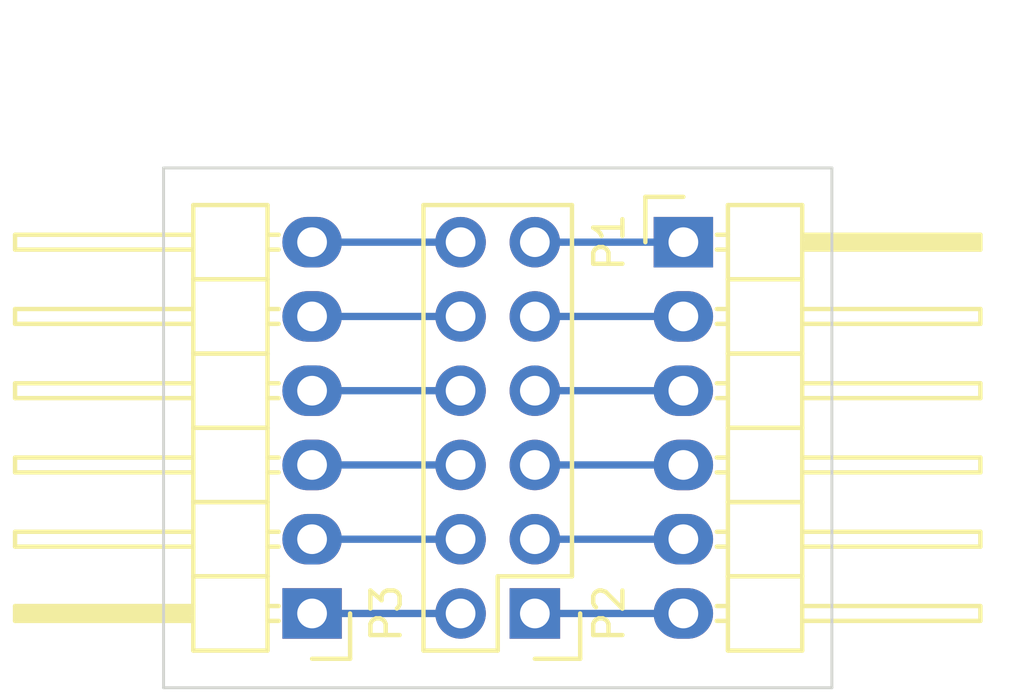
<source format=kicad_pcb>
(kicad_pcb (version 4) (host pcbnew 4.0.1-stable)

  (general
    (links 12)
    (no_connects 0)
    (area -8.335001 -7.93 30.86 16.775)
    (thickness 1.6)
    (drawings 6)
    (tracks 12)
    (zones 0)
    (modules 3)
    (nets 13)
  )

  (page A4)
  (layers
    (0 F.Cu signal)
    (31 B.Cu signal)
    (33 F.Adhes user)
    (35 F.Paste user)
    (37 F.SilkS user)
    (39 F.Mask user)
    (40 Dwgs.User user)
    (41 Cmts.User user)
    (42 Eco1.User user)
    (43 Eco2.User user)
    (44 Edge.Cuts user)
    (45 Margin user)
    (47 F.CrtYd user)
    (49 F.Fab user)
  )

  (setup
    (last_trace_width 0.25)
    (trace_clearance 0.2)
    (zone_clearance 0.508)
    (zone_45_only no)
    (trace_min 0.2)
    (segment_width 0.2)
    (edge_width 0.1)
    (via_size 0.6)
    (via_drill 0.4)
    (via_min_size 0.4)
    (via_min_drill 0.3)
    (uvia_size 0.3)
    (uvia_drill 0.1)
    (uvias_allowed no)
    (uvia_min_size 0.2)
    (uvia_min_drill 0.1)
    (pcb_text_width 0.3)
    (pcb_text_size 1.5 1.5)
    (mod_edge_width 0.15)
    (mod_text_size 1 1)
    (mod_text_width 0.15)
    (pad_size 1.5 1.5)
    (pad_drill 0.6)
    (pad_to_mask_clearance 0)
    (aux_axis_origin 0 0)
    (visible_elements 7FFFFF7F)
    (pcbplotparams
      (layerselection 0x010a0_80000001)
      (usegerberextensions false)
      (excludeedgelayer true)
      (linewidth 0.100000)
      (plotframeref false)
      (viasonmask false)
      (mode 1)
      (useauxorigin false)
      (hpglpennumber 1)
      (hpglpenspeed 20)
      (hpglpendiameter 15)
      (hpglpenoverlay 2)
      (psnegative false)
      (psa4output false)
      (plotreference true)
      (plotvalue true)
      (plotinvisibletext false)
      (padsonsilk false)
      (subtractmaskfromsilk false)
      (outputformat 1)
      (mirror false)
      (drillshape 0)
      (scaleselection 1)
      (outputdirectory ""))
  )

  (net 0 "")
  (net 1 "Net-(P1-Pad1)")
  (net 2 "Net-(P1-Pad2)")
  (net 3 "Net-(P1-Pad3)")
  (net 4 "Net-(P1-Pad4)")
  (net 5 "Net-(P1-Pad5)")
  (net 6 "Net-(P1-Pad6)")
  (net 7 "Net-(P2-Pad2)")
  (net 8 "Net-(P2-Pad4)")
  (net 9 "Net-(P2-Pad6)")
  (net 10 "Net-(P2-Pad8)")
  (net 11 "Net-(P2-Pad10)")
  (net 12 "Net-(P2-Pad12)")

  (net_class Default "This is the default net class."
    (clearance 0.2)
    (trace_width 0.25)
    (via_dia 0.6)
    (via_drill 0.4)
    (uvia_dia 0.3)
    (uvia_drill 0.1)
    (add_net "Net-(P1-Pad1)")
    (add_net "Net-(P1-Pad2)")
    (add_net "Net-(P1-Pad3)")
    (add_net "Net-(P1-Pad4)")
    (add_net "Net-(P1-Pad5)")
    (add_net "Net-(P1-Pad6)")
    (add_net "Net-(P2-Pad10)")
    (add_net "Net-(P2-Pad12)")
    (add_net "Net-(P2-Pad2)")
    (add_net "Net-(P2-Pad4)")
    (add_net "Net-(P2-Pad6)")
    (add_net "Net-(P2-Pad8)")
  )

  (module Pin_Headers:Pin_Header_Angled_1x06 (layer F.Cu) (tedit 58607F62) (tstamp 5860866C)
    (at 15.24 0)
    (descr "Through hole pin header")
    (tags "pin header")
    (path /586079D0)
    (fp_text reference P1 (at -2.54 0 90) (layer F.SilkS)
      (effects (font (size 1 1) (thickness 0.15)))
    )
    (fp_text value CONN_01X06 (at 0 -3.1) (layer F.Fab) hide
      (effects (font (size 1 1) (thickness 0.15)))
    )
    (fp_line (start -1.5 -1.75) (end -1.5 14.45) (layer F.CrtYd) (width 0.05))
    (fp_line (start 10.65 -1.75) (end 10.65 14.45) (layer F.CrtYd) (width 0.05))
    (fp_line (start -1.5 -1.75) (end 10.65 -1.75) (layer F.CrtYd) (width 0.05))
    (fp_line (start -1.5 14.45) (end 10.65 14.45) (layer F.CrtYd) (width 0.05))
    (fp_line (start -1.3 -1.55) (end -1.3 0) (layer F.SilkS) (width 0.15))
    (fp_line (start 0 -1.55) (end -1.3 -1.55) (layer F.SilkS) (width 0.15))
    (fp_line (start 4.191 -0.127) (end 10.033 -0.127) (layer F.SilkS) (width 0.15))
    (fp_line (start 10.033 -0.127) (end 10.033 0.127) (layer F.SilkS) (width 0.15))
    (fp_line (start 10.033 0.127) (end 4.191 0.127) (layer F.SilkS) (width 0.15))
    (fp_line (start 4.191 0.127) (end 4.191 0) (layer F.SilkS) (width 0.15))
    (fp_line (start 4.191 0) (end 10.033 0) (layer F.SilkS) (width 0.15))
    (fp_line (start 1.524 -0.254) (end 1.143 -0.254) (layer F.SilkS) (width 0.15))
    (fp_line (start 1.524 0.254) (end 1.143 0.254) (layer F.SilkS) (width 0.15))
    (fp_line (start 1.524 2.286) (end 1.143 2.286) (layer F.SilkS) (width 0.15))
    (fp_line (start 1.524 2.794) (end 1.143 2.794) (layer F.SilkS) (width 0.15))
    (fp_line (start 1.524 4.826) (end 1.143 4.826) (layer F.SilkS) (width 0.15))
    (fp_line (start 1.524 5.334) (end 1.143 5.334) (layer F.SilkS) (width 0.15))
    (fp_line (start 1.524 12.954) (end 1.143 12.954) (layer F.SilkS) (width 0.15))
    (fp_line (start 1.524 12.446) (end 1.143 12.446) (layer F.SilkS) (width 0.15))
    (fp_line (start 1.524 10.414) (end 1.143 10.414) (layer F.SilkS) (width 0.15))
    (fp_line (start 1.524 9.906) (end 1.143 9.906) (layer F.SilkS) (width 0.15))
    (fp_line (start 1.524 7.874) (end 1.143 7.874) (layer F.SilkS) (width 0.15))
    (fp_line (start 1.524 7.366) (end 1.143 7.366) (layer F.SilkS) (width 0.15))
    (fp_line (start 1.524 -1.27) (end 4.064 -1.27) (layer F.SilkS) (width 0.15))
    (fp_line (start 1.524 1.27) (end 4.064 1.27) (layer F.SilkS) (width 0.15))
    (fp_line (start 1.524 1.27) (end 1.524 3.81) (layer F.SilkS) (width 0.15))
    (fp_line (start 1.524 3.81) (end 4.064 3.81) (layer F.SilkS) (width 0.15))
    (fp_line (start 4.064 2.286) (end 10.16 2.286) (layer F.SilkS) (width 0.15))
    (fp_line (start 10.16 2.286) (end 10.16 2.794) (layer F.SilkS) (width 0.15))
    (fp_line (start 10.16 2.794) (end 4.064 2.794) (layer F.SilkS) (width 0.15))
    (fp_line (start 4.064 3.81) (end 4.064 1.27) (layer F.SilkS) (width 0.15))
    (fp_line (start 4.064 1.27) (end 4.064 -1.27) (layer F.SilkS) (width 0.15))
    (fp_line (start 10.16 0.254) (end 4.064 0.254) (layer F.SilkS) (width 0.15))
    (fp_line (start 10.16 -0.254) (end 10.16 0.254) (layer F.SilkS) (width 0.15))
    (fp_line (start 4.064 -0.254) (end 10.16 -0.254) (layer F.SilkS) (width 0.15))
    (fp_line (start 1.524 1.27) (end 4.064 1.27) (layer F.SilkS) (width 0.15))
    (fp_line (start 1.524 -1.27) (end 1.524 1.27) (layer F.SilkS) (width 0.15))
    (fp_line (start 1.524 8.89) (end 4.064 8.89) (layer F.SilkS) (width 0.15))
    (fp_line (start 1.524 8.89) (end 1.524 11.43) (layer F.SilkS) (width 0.15))
    (fp_line (start 1.524 11.43) (end 4.064 11.43) (layer F.SilkS) (width 0.15))
    (fp_line (start 4.064 9.906) (end 10.16 9.906) (layer F.SilkS) (width 0.15))
    (fp_line (start 10.16 9.906) (end 10.16 10.414) (layer F.SilkS) (width 0.15))
    (fp_line (start 10.16 10.414) (end 4.064 10.414) (layer F.SilkS) (width 0.15))
    (fp_line (start 4.064 11.43) (end 4.064 8.89) (layer F.SilkS) (width 0.15))
    (fp_line (start 4.064 13.97) (end 4.064 11.43) (layer F.SilkS) (width 0.15))
    (fp_line (start 10.16 12.954) (end 4.064 12.954) (layer F.SilkS) (width 0.15))
    (fp_line (start 10.16 12.446) (end 10.16 12.954) (layer F.SilkS) (width 0.15))
    (fp_line (start 4.064 12.446) (end 10.16 12.446) (layer F.SilkS) (width 0.15))
    (fp_line (start 1.524 13.97) (end 4.064 13.97) (layer F.SilkS) (width 0.15))
    (fp_line (start 1.524 11.43) (end 1.524 13.97) (layer F.SilkS) (width 0.15))
    (fp_line (start 1.524 11.43) (end 4.064 11.43) (layer F.SilkS) (width 0.15))
    (fp_line (start 1.524 6.35) (end 4.064 6.35) (layer F.SilkS) (width 0.15))
    (fp_line (start 1.524 6.35) (end 1.524 8.89) (layer F.SilkS) (width 0.15))
    (fp_line (start 1.524 8.89) (end 4.064 8.89) (layer F.SilkS) (width 0.15))
    (fp_line (start 4.064 7.366) (end 10.16 7.366) (layer F.SilkS) (width 0.15))
    (fp_line (start 10.16 7.366) (end 10.16 7.874) (layer F.SilkS) (width 0.15))
    (fp_line (start 10.16 7.874) (end 4.064 7.874) (layer F.SilkS) (width 0.15))
    (fp_line (start 4.064 8.89) (end 4.064 6.35) (layer F.SilkS) (width 0.15))
    (fp_line (start 4.064 6.35) (end 4.064 3.81) (layer F.SilkS) (width 0.15))
    (fp_line (start 10.16 5.334) (end 4.064 5.334) (layer F.SilkS) (width 0.15))
    (fp_line (start 10.16 4.826) (end 10.16 5.334) (layer F.SilkS) (width 0.15))
    (fp_line (start 4.064 4.826) (end 10.16 4.826) (layer F.SilkS) (width 0.15))
    (fp_line (start 1.524 6.35) (end 4.064 6.35) (layer F.SilkS) (width 0.15))
    (fp_line (start 1.524 3.81) (end 1.524 6.35) (layer F.SilkS) (width 0.15))
    (fp_line (start 1.524 3.81) (end 4.064 3.81) (layer F.SilkS) (width 0.15))
    (pad 1 thru_hole rect (at 0 0) (size 2.032 1.7272) (drill 1.016) (layers *.Cu *.Mask)
      (net 1 "Net-(P1-Pad1)"))
    (pad 2 thru_hole oval (at 0 2.54) (size 2.032 1.7272) (drill 1.016) (layers *.Cu *.Mask)
      (net 2 "Net-(P1-Pad2)"))
    (pad 3 thru_hole oval (at 0 5.08) (size 2.032 1.7272) (drill 1.016) (layers *.Cu *.Mask)
      (net 3 "Net-(P1-Pad3)"))
    (pad 4 thru_hole oval (at 0 7.62) (size 2.032 1.7272) (drill 1.016) (layers *.Cu *.Mask)
      (net 4 "Net-(P1-Pad4)"))
    (pad 5 thru_hole oval (at 0 10.16) (size 2.032 1.7272) (drill 1.016) (layers *.Cu *.Mask)
      (net 5 "Net-(P1-Pad5)"))
    (pad 6 thru_hole oval (at 0 12.7) (size 2.032 1.7272) (drill 1.016) (layers *.Cu *.Mask)
      (net 6 "Net-(P1-Pad6)"))
    (model Pin_Headers.3dshapes/Pin_Header_Angled_1x06.wrl
      (at (xyz 0 -0.25 0))
      (scale (xyz 1 1 1))
      (rotate (xyz 0 0 90))
    )
  )

  (module Pin_Headers:Pin_Header_Angled_1x06 (layer F.Cu) (tedit 58607F6A) (tstamp 586086E1)
    (at 2.54 12.7 180)
    (descr "Through hole pin header")
    (tags "pin header")
    (path /58607A4A)
    (fp_text reference P3 (at -2.54 0 270) (layer F.SilkS)
      (effects (font (size 1 1) (thickness 0.15)))
    )
    (fp_text value CONN_01X06 (at 0 -3.1 180) (layer F.Fab) hide
      (effects (font (size 1 1) (thickness 0.15)))
    )
    (fp_line (start -1.5 -1.75) (end -1.5 14.45) (layer F.CrtYd) (width 0.05))
    (fp_line (start 10.65 -1.75) (end 10.65 14.45) (layer F.CrtYd) (width 0.05))
    (fp_line (start -1.5 -1.75) (end 10.65 -1.75) (layer F.CrtYd) (width 0.05))
    (fp_line (start -1.5 14.45) (end 10.65 14.45) (layer F.CrtYd) (width 0.05))
    (fp_line (start -1.3 -1.55) (end -1.3 0) (layer F.SilkS) (width 0.15))
    (fp_line (start 0 -1.55) (end -1.3 -1.55) (layer F.SilkS) (width 0.15))
    (fp_line (start 4.191 -0.127) (end 10.033 -0.127) (layer F.SilkS) (width 0.15))
    (fp_line (start 10.033 -0.127) (end 10.033 0.127) (layer F.SilkS) (width 0.15))
    (fp_line (start 10.033 0.127) (end 4.191 0.127) (layer F.SilkS) (width 0.15))
    (fp_line (start 4.191 0.127) (end 4.191 0) (layer F.SilkS) (width 0.15))
    (fp_line (start 4.191 0) (end 10.033 0) (layer F.SilkS) (width 0.15))
    (fp_line (start 1.524 -0.254) (end 1.143 -0.254) (layer F.SilkS) (width 0.15))
    (fp_line (start 1.524 0.254) (end 1.143 0.254) (layer F.SilkS) (width 0.15))
    (fp_line (start 1.524 2.286) (end 1.143 2.286) (layer F.SilkS) (width 0.15))
    (fp_line (start 1.524 2.794) (end 1.143 2.794) (layer F.SilkS) (width 0.15))
    (fp_line (start 1.524 4.826) (end 1.143 4.826) (layer F.SilkS) (width 0.15))
    (fp_line (start 1.524 5.334) (end 1.143 5.334) (layer F.SilkS) (width 0.15))
    (fp_line (start 1.524 12.954) (end 1.143 12.954) (layer F.SilkS) (width 0.15))
    (fp_line (start 1.524 12.446) (end 1.143 12.446) (layer F.SilkS) (width 0.15))
    (fp_line (start 1.524 10.414) (end 1.143 10.414) (layer F.SilkS) (width 0.15))
    (fp_line (start 1.524 9.906) (end 1.143 9.906) (layer F.SilkS) (width 0.15))
    (fp_line (start 1.524 7.874) (end 1.143 7.874) (layer F.SilkS) (width 0.15))
    (fp_line (start 1.524 7.366) (end 1.143 7.366) (layer F.SilkS) (width 0.15))
    (fp_line (start 1.524 -1.27) (end 4.064 -1.27) (layer F.SilkS) (width 0.15))
    (fp_line (start 1.524 1.27) (end 4.064 1.27) (layer F.SilkS) (width 0.15))
    (fp_line (start 1.524 1.27) (end 1.524 3.81) (layer F.SilkS) (width 0.15))
    (fp_line (start 1.524 3.81) (end 4.064 3.81) (layer F.SilkS) (width 0.15))
    (fp_line (start 4.064 2.286) (end 10.16 2.286) (layer F.SilkS) (width 0.15))
    (fp_line (start 10.16 2.286) (end 10.16 2.794) (layer F.SilkS) (width 0.15))
    (fp_line (start 10.16 2.794) (end 4.064 2.794) (layer F.SilkS) (width 0.15))
    (fp_line (start 4.064 3.81) (end 4.064 1.27) (layer F.SilkS) (width 0.15))
    (fp_line (start 4.064 1.27) (end 4.064 -1.27) (layer F.SilkS) (width 0.15))
    (fp_line (start 10.16 0.254) (end 4.064 0.254) (layer F.SilkS) (width 0.15))
    (fp_line (start 10.16 -0.254) (end 10.16 0.254) (layer F.SilkS) (width 0.15))
    (fp_line (start 4.064 -0.254) (end 10.16 -0.254) (layer F.SilkS) (width 0.15))
    (fp_line (start 1.524 1.27) (end 4.064 1.27) (layer F.SilkS) (width 0.15))
    (fp_line (start 1.524 -1.27) (end 1.524 1.27) (layer F.SilkS) (width 0.15))
    (fp_line (start 1.524 8.89) (end 4.064 8.89) (layer F.SilkS) (width 0.15))
    (fp_line (start 1.524 8.89) (end 1.524 11.43) (layer F.SilkS) (width 0.15))
    (fp_line (start 1.524 11.43) (end 4.064 11.43) (layer F.SilkS) (width 0.15))
    (fp_line (start 4.064 9.906) (end 10.16 9.906) (layer F.SilkS) (width 0.15))
    (fp_line (start 10.16 9.906) (end 10.16 10.414) (layer F.SilkS) (width 0.15))
    (fp_line (start 10.16 10.414) (end 4.064 10.414) (layer F.SilkS) (width 0.15))
    (fp_line (start 4.064 11.43) (end 4.064 8.89) (layer F.SilkS) (width 0.15))
    (fp_line (start 4.064 13.97) (end 4.064 11.43) (layer F.SilkS) (width 0.15))
    (fp_line (start 10.16 12.954) (end 4.064 12.954) (layer F.SilkS) (width 0.15))
    (fp_line (start 10.16 12.446) (end 10.16 12.954) (layer F.SilkS) (width 0.15))
    (fp_line (start 4.064 12.446) (end 10.16 12.446) (layer F.SilkS) (width 0.15))
    (fp_line (start 1.524 13.97) (end 4.064 13.97) (layer F.SilkS) (width 0.15))
    (fp_line (start 1.524 11.43) (end 1.524 13.97) (layer F.SilkS) (width 0.15))
    (fp_line (start 1.524 11.43) (end 4.064 11.43) (layer F.SilkS) (width 0.15))
    (fp_line (start 1.524 6.35) (end 4.064 6.35) (layer F.SilkS) (width 0.15))
    (fp_line (start 1.524 6.35) (end 1.524 8.89) (layer F.SilkS) (width 0.15))
    (fp_line (start 1.524 8.89) (end 4.064 8.89) (layer F.SilkS) (width 0.15))
    (fp_line (start 4.064 7.366) (end 10.16 7.366) (layer F.SilkS) (width 0.15))
    (fp_line (start 10.16 7.366) (end 10.16 7.874) (layer F.SilkS) (width 0.15))
    (fp_line (start 10.16 7.874) (end 4.064 7.874) (layer F.SilkS) (width 0.15))
    (fp_line (start 4.064 8.89) (end 4.064 6.35) (layer F.SilkS) (width 0.15))
    (fp_line (start 4.064 6.35) (end 4.064 3.81) (layer F.SilkS) (width 0.15))
    (fp_line (start 10.16 5.334) (end 4.064 5.334) (layer F.SilkS) (width 0.15))
    (fp_line (start 10.16 4.826) (end 10.16 5.334) (layer F.SilkS) (width 0.15))
    (fp_line (start 4.064 4.826) (end 10.16 4.826) (layer F.SilkS) (width 0.15))
    (fp_line (start 1.524 6.35) (end 4.064 6.35) (layer F.SilkS) (width 0.15))
    (fp_line (start 1.524 3.81) (end 1.524 6.35) (layer F.SilkS) (width 0.15))
    (fp_line (start 1.524 3.81) (end 4.064 3.81) (layer F.SilkS) (width 0.15))
    (pad 1 thru_hole rect (at 0 0 180) (size 2.032 1.7272) (drill 1.016) (layers *.Cu *.Mask)
      (net 7 "Net-(P2-Pad2)"))
    (pad 2 thru_hole oval (at 0 2.54 180) (size 2.032 1.7272) (drill 1.016) (layers *.Cu *.Mask)
      (net 8 "Net-(P2-Pad4)"))
    (pad 3 thru_hole oval (at 0 5.08 180) (size 2.032 1.7272) (drill 1.016) (layers *.Cu *.Mask)
      (net 9 "Net-(P2-Pad6)"))
    (pad 4 thru_hole oval (at 0 7.62 180) (size 2.032 1.7272) (drill 1.016) (layers *.Cu *.Mask)
      (net 10 "Net-(P2-Pad8)"))
    (pad 5 thru_hole oval (at 0 10.16 180) (size 2.032 1.7272) (drill 1.016) (layers *.Cu *.Mask)
      (net 11 "Net-(P2-Pad10)"))
    (pad 6 thru_hole oval (at 0 12.7 180) (size 2.032 1.7272) (drill 1.016) (layers *.Cu *.Mask)
      (net 12 "Net-(P2-Pad12)"))
    (model Pin_Headers.3dshapes/Pin_Header_Angled_1x06.wrl
      (at (xyz 0 -0.25 0))
      (scale (xyz 1 1 1))
      (rotate (xyz 0 0 90))
    )
  )

  (module Pin_Headers:Pin_Header_Straight_2x06 (layer F.Cu) (tedit 58607F5B) (tstamp 58608C39)
    (at 10.16 12.7 180)
    (descr "Through hole pin header")
    (tags "pin header")
    (path /5860962E)
    (fp_text reference P2 (at -2.54 0 270) (layer F.SilkS)
      (effects (font (size 1 1) (thickness 0.15)))
    )
    (fp_text value CONN_02X06 (at 0 -3.1 180) (layer F.Fab) hide
      (effects (font (size 1 1) (thickness 0.15)))
    )
    (fp_line (start -1.75 -1.75) (end -1.75 14.45) (layer F.CrtYd) (width 0.05))
    (fp_line (start 4.3 -1.75) (end 4.3 14.45) (layer F.CrtYd) (width 0.05))
    (fp_line (start -1.75 -1.75) (end 4.3 -1.75) (layer F.CrtYd) (width 0.05))
    (fp_line (start -1.75 14.45) (end 4.3 14.45) (layer F.CrtYd) (width 0.05))
    (fp_line (start 3.81 13.97) (end 3.81 -1.27) (layer F.SilkS) (width 0.15))
    (fp_line (start -1.27 1.27) (end -1.27 13.97) (layer F.SilkS) (width 0.15))
    (fp_line (start 3.81 13.97) (end -1.27 13.97) (layer F.SilkS) (width 0.15))
    (fp_line (start 3.81 -1.27) (end 1.27 -1.27) (layer F.SilkS) (width 0.15))
    (fp_line (start 0 -1.55) (end -1.55 -1.55) (layer F.SilkS) (width 0.15))
    (fp_line (start 1.27 -1.27) (end 1.27 1.27) (layer F.SilkS) (width 0.15))
    (fp_line (start 1.27 1.27) (end -1.27 1.27) (layer F.SilkS) (width 0.15))
    (fp_line (start -1.55 -1.55) (end -1.55 0) (layer F.SilkS) (width 0.15))
    (pad 1 thru_hole rect (at 0 0 180) (size 1.7272 1.7272) (drill 1.016) (layers *.Cu *.Mask)
      (net 6 "Net-(P1-Pad6)"))
    (pad 2 thru_hole oval (at 2.54 0 180) (size 1.7272 1.7272) (drill 1.016) (layers *.Cu *.Mask)
      (net 7 "Net-(P2-Pad2)"))
    (pad 3 thru_hole oval (at 0 2.54 180) (size 1.7272 1.7272) (drill 1.016) (layers *.Cu *.Mask)
      (net 5 "Net-(P1-Pad5)"))
    (pad 4 thru_hole oval (at 2.54 2.54 180) (size 1.7272 1.7272) (drill 1.016) (layers *.Cu *.Mask)
      (net 8 "Net-(P2-Pad4)"))
    (pad 5 thru_hole oval (at 0 5.08 180) (size 1.7272 1.7272) (drill 1.016) (layers *.Cu *.Mask)
      (net 4 "Net-(P1-Pad4)"))
    (pad 6 thru_hole oval (at 2.54 5.08 180) (size 1.7272 1.7272) (drill 1.016) (layers *.Cu *.Mask)
      (net 9 "Net-(P2-Pad6)"))
    (pad 7 thru_hole oval (at 0 7.62 180) (size 1.7272 1.7272) (drill 1.016) (layers *.Cu *.Mask)
      (net 3 "Net-(P1-Pad3)"))
    (pad 8 thru_hole oval (at 2.54 7.62 180) (size 1.7272 1.7272) (drill 1.016) (layers *.Cu *.Mask)
      (net 10 "Net-(P2-Pad8)"))
    (pad 9 thru_hole oval (at 0 10.16 180) (size 1.7272 1.7272) (drill 1.016) (layers *.Cu *.Mask)
      (net 2 "Net-(P1-Pad2)"))
    (pad 10 thru_hole oval (at 2.54 10.16 180) (size 1.7272 1.7272) (drill 1.016) (layers *.Cu *.Mask)
      (net 11 "Net-(P2-Pad10)"))
    (pad 11 thru_hole oval (at 0 12.7 180) (size 1.7272 1.7272) (drill 1.016) (layers *.Cu *.Mask)
      (net 1 "Net-(P1-Pad1)"))
    (pad 12 thru_hole oval (at 2.54 12.7 180) (size 1.7272 1.7272) (drill 1.016) (layers *.Cu *.Mask)
      (net 12 "Net-(P2-Pad12)"))
    (model Pin_Headers.3dshapes/Pin_Header_Straight_2x06.wrl
      (at (xyz 0.05 -0.25 0))
      (scale (xyz 1 1 1))
      (rotate (xyz 0 0 90))
    )
  )

  (dimension 17.78 (width 0.3) (layer Eco1.User)
    (gr_text "17.780 mm" (at 24.21 6.35 270) (layer Eco1.User)
      (effects (font (size 1.5 1.5) (thickness 0.3)))
    )
    (feature1 (pts (xy 20.32 15.24) (xy 25.56 15.24)))
    (feature2 (pts (xy 20.32 -2.54) (xy 25.56 -2.54)))
    (crossbar (pts (xy 22.86 -2.54) (xy 22.86 15.24)))
    (arrow1a (pts (xy 22.86 15.24) (xy 22.273579 14.113496)))
    (arrow1b (pts (xy 22.86 15.24) (xy 23.446421 14.113496)))
    (arrow2a (pts (xy 22.86 -2.54) (xy 22.273579 -1.413496)))
    (arrow2b (pts (xy 22.86 -2.54) (xy 23.446421 -1.413496)))
  )
  (dimension 22.86 (width 0.3) (layer Eco1.User)
    (gr_text "22.860 mm" (at 8.89 -6.43) (layer Eco1.User)
      (effects (font (size 1.5 1.5) (thickness 0.3)))
    )
    (feature1 (pts (xy 20.32 -2.54) (xy 20.32 -7.78)))
    (feature2 (pts (xy -2.54 -2.54) (xy -2.54 -7.78)))
    (crossbar (pts (xy -2.54 -5.08) (xy 20.32 -5.08)))
    (arrow1a (pts (xy 20.32 -5.08) (xy 19.193496 -4.493579)))
    (arrow1b (pts (xy 20.32 -5.08) (xy 19.193496 -5.666421)))
    (arrow2a (pts (xy -2.54 -5.08) (xy -1.413496 -4.493579)))
    (arrow2b (pts (xy -2.54 -5.08) (xy -1.413496 -5.666421)))
  )
  (gr_line (start -2.54 15.24) (end -2.54 -2.54) (angle 90) (layer Edge.Cuts) (width 0.1))
  (gr_line (start 20.32 15.24) (end -2.54 15.24) (angle 90) (layer Edge.Cuts) (width 0.1))
  (gr_line (start 20.32 -2.54) (end 20.32 15.24) (angle 90) (layer Edge.Cuts) (width 0.1))
  (gr_line (start -2.54 -2.54) (end 20.32 -2.54) (angle 90) (layer Edge.Cuts) (width 0.1))

  (segment (start 10.16 0) (end 15.24 0) (width 0.25) (layer B.Cu) (net 1))
  (segment (start 15.24 2.54) (end 10.16 2.54) (width 0.25) (layer B.Cu) (net 2))
  (segment (start 10.16 5.08) (end 15.24 5.08) (width 0.25) (layer B.Cu) (net 3))
  (segment (start 10.16 7.62) (end 15.24 7.62) (width 0.25) (layer B.Cu) (net 4))
  (segment (start 10.16 10.16) (end 15.24 10.16) (width 0.25) (layer B.Cu) (net 5))
  (segment (start 10.16 12.7) (end 15.24 12.7) (width 0.25) (layer B.Cu) (net 6))
  (segment (start 2.54 12.7) (end 7.62 12.7) (width 0.25) (layer B.Cu) (net 7))
  (segment (start 2.54 10.16) (end 7.62 10.16) (width 0.25) (layer B.Cu) (net 8))
  (segment (start 2.54 7.62) (end 7.62 7.62) (width 0.25) (layer B.Cu) (net 9))
  (segment (start 2.54 5.08) (end 7.62 5.08) (width 0.25) (layer B.Cu) (net 10))
  (segment (start 7.62 2.54) (end 2.54 2.54) (width 0.25) (layer B.Cu) (net 11))
  (segment (start 2.54 0) (end 7.62 0) (width 0.25) (layer B.Cu) (net 12))

)

</source>
